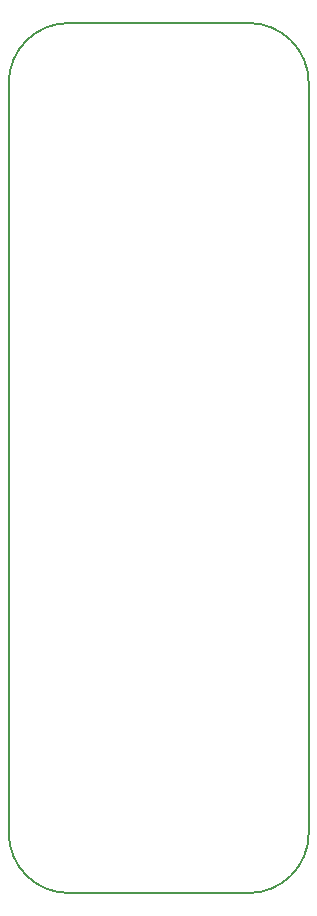
<source format=gbr>
%TF.GenerationSoftware,KiCad,Pcbnew,(6.0.9)*%
%TF.CreationDate,2023-07-20T16:52:18+02:00*%
%TF.ProjectId,plcc32-adapter-board,706c6363-3332-42d6-9164-61707465722d,rev?*%
%TF.SameCoordinates,Original*%
%TF.FileFunction,Profile,NP*%
%FSLAX46Y46*%
G04 Gerber Fmt 4.6, Leading zero omitted, Abs format (unit mm)*
G04 Created by KiCad (PCBNEW (6.0.9)) date 2023-07-20 16:52:18*
%MOMM*%
%LPD*%
G01*
G04 APERTURE LIST*
%TA.AperFunction,Profile*%
%ADD10C,0.200000*%
%TD*%
G04 APERTURE END LIST*
D10*
X25400000Y-15240000D02*
X40640002Y-15239998D01*
X25399998Y-88900002D02*
X40640002Y-88900002D01*
X20320000Y-20320000D02*
X20319998Y-83820002D01*
X45720002Y-83820002D02*
X45720002Y-20319998D01*
X40640002Y-88900002D02*
G75*
G03*
X45720002Y-83820002I-2J5080002D01*
G01*
X20319998Y-83820002D02*
G75*
G03*
X25399998Y-88900002I5080002J2D01*
G01*
X45720002Y-20319998D02*
G75*
G03*
X40640002Y-15239998I-5080002J-2D01*
G01*
X25400000Y-15240000D02*
G75*
G03*
X20320000Y-20320000I0J-5080000D01*
G01*
M02*

</source>
